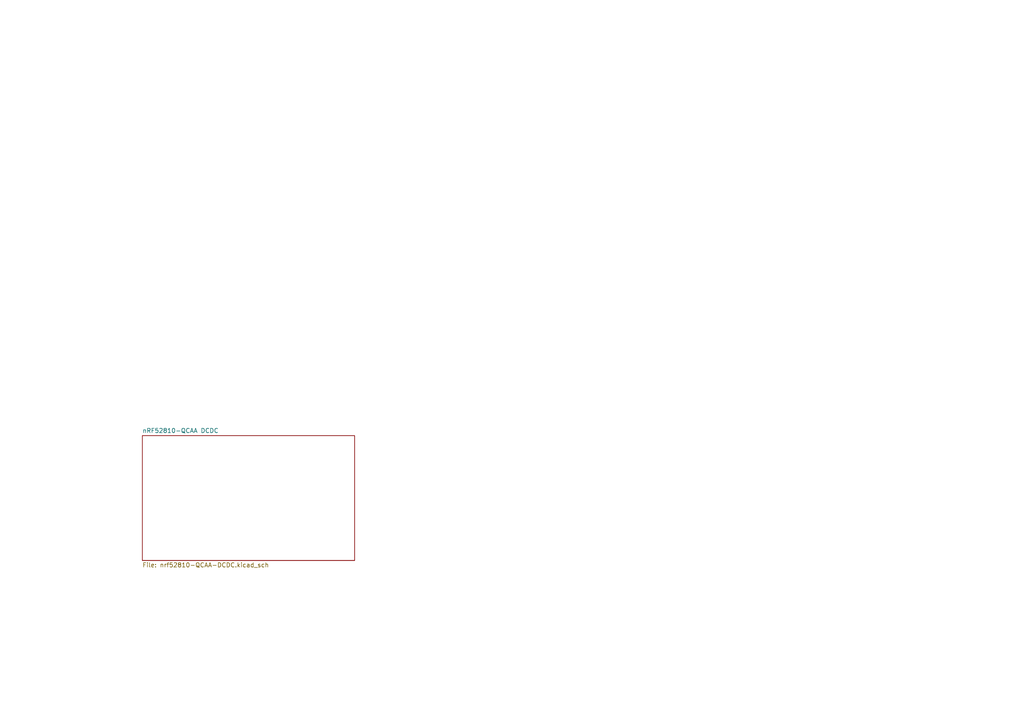
<source format=kicad_sch>
(kicad_sch (version 20211123) (generator eeschema)
  (paper "A4")
  (title_block (title "Keypad") (date "2022-11-06") (rev "A") (company "Rich Effects"))
  (lib_symbols)
  (sheet (at 41.275 126.365) (size 61.595 36.195) (stroke (width 0.1524))
    (property "Sheet name" "nRF52810-QCAA DCDC" (at 41.275 125.6534 0) (effects (justify left bottom)))
    (property "Sheet file" "nrf52810-QCAA-DCDC.kicad_sch" (at 41.275 163.1446 0) (effects (justify left top)))
  )
)
</source>
